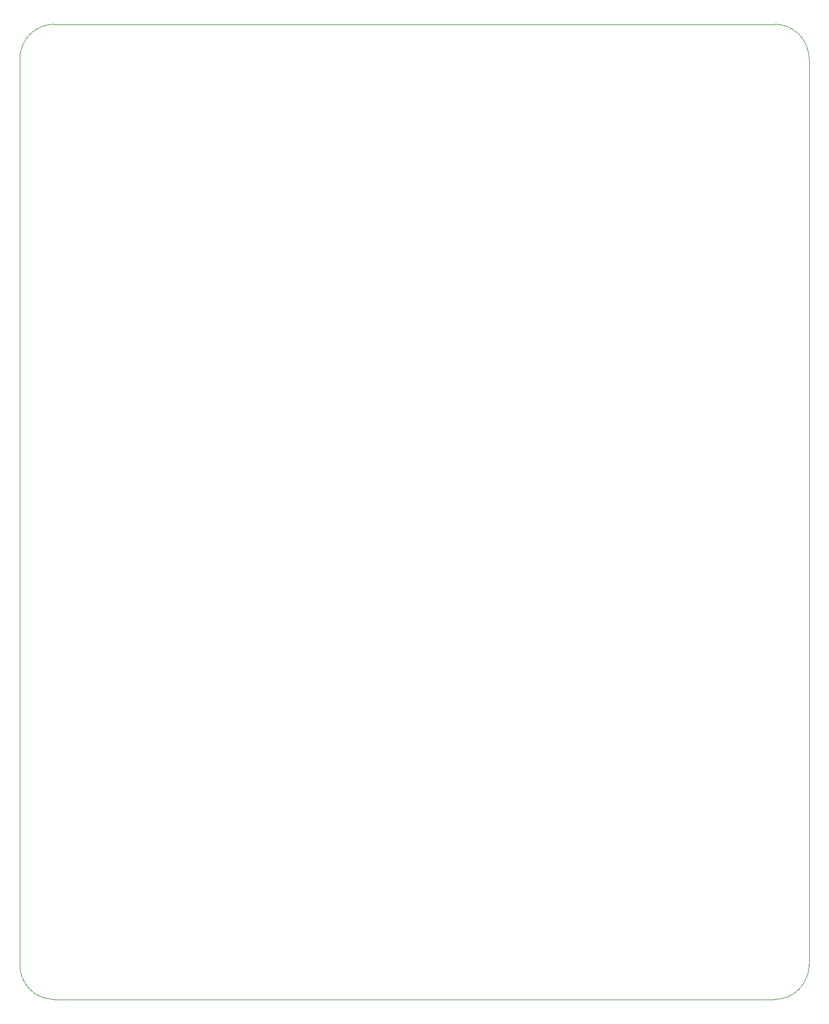
<source format=gbr>
%TF.GenerationSoftware,KiCad,Pcbnew,(5.1.10)-1*%
%TF.CreationDate,2021-12-22T14:35:30+01:00*%
%TF.ProjectId,vca_main_board,7663615f-6d61-4696-9e5f-626f6172642e,rev?*%
%TF.SameCoordinates,Original*%
%TF.FileFunction,Profile,NP*%
%FSLAX46Y46*%
G04 Gerber Fmt 4.6, Leading zero omitted, Abs format (unit mm)*
G04 Created by KiCad (PCBNEW (5.1.10)-1) date 2021-12-22 14:35:30*
%MOMM*%
%LPD*%
G01*
G04 APERTURE LIST*
%TA.AperFunction,Profile*%
%ADD10C,0.050000*%
%TD*%
G04 APERTURE END LIST*
D10*
X30000000Y-50000000D02*
X30000000Y-182000000D01*
X140000000Y-45000000D02*
X35000000Y-45000000D01*
X145000000Y-182000000D02*
X145000000Y-50000000D01*
X35000000Y-187000000D02*
X140000000Y-187000000D01*
X35000000Y-187000000D02*
G75*
G02*
X30000000Y-182000000I0J5000000D01*
G01*
X30000000Y-50000000D02*
G75*
G02*
X35000000Y-45000000I5000000J0D01*
G01*
X140000000Y-45000000D02*
G75*
G02*
X145000000Y-50000000I0J-5000000D01*
G01*
X145000000Y-182000000D02*
G75*
G02*
X140000000Y-187000000I-5000000J0D01*
G01*
M02*

</source>
